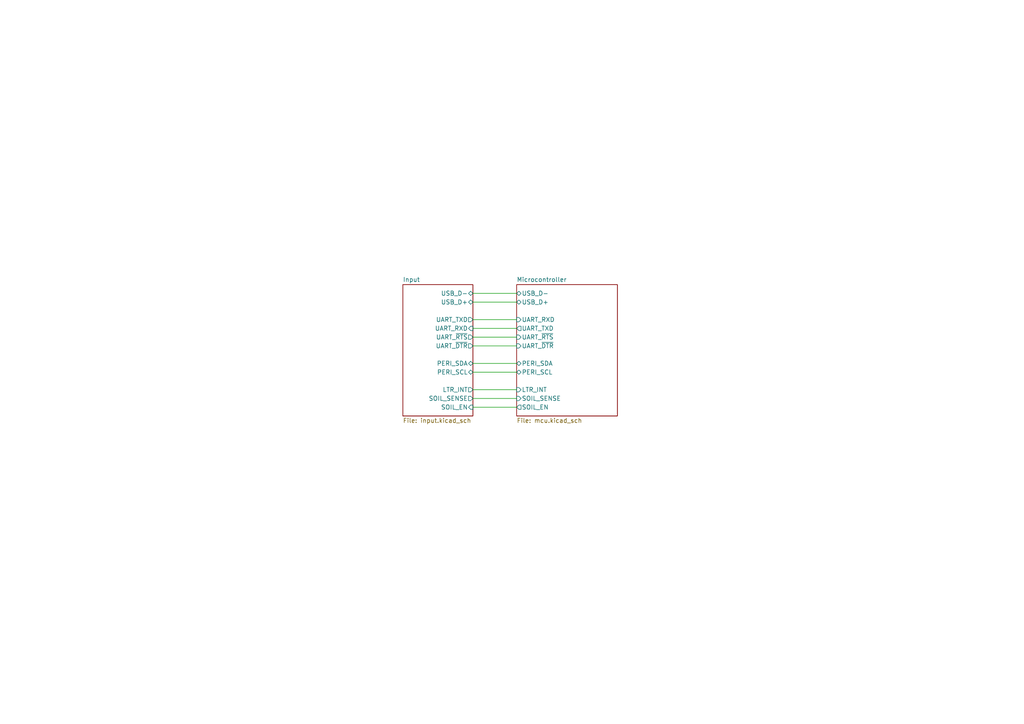
<source format=kicad_sch>
(kicad_sch
	(version 20231120)
	(generator "eeschema")
	(generator_version "8.0")
	(uuid "189669a5-f2fc-4cde-9413-8df80c557655")
	(paper "A4")
	(lib_symbols)
	(wire
		(pts
			(xy 137.16 115.57) (xy 149.86 115.57)
		)
		(stroke
			(width 0)
			(type default)
		)
		(uuid "1afa4cb2-28ca-472a-a3dd-9f866dbf98b7")
	)
	(wire
		(pts
			(xy 137.16 107.95) (xy 149.86 107.95)
		)
		(stroke
			(width 0)
			(type default)
		)
		(uuid "516aa840-7b85-458b-8ac2-feace61960f3")
	)
	(wire
		(pts
			(xy 137.16 113.03) (xy 149.86 113.03)
		)
		(stroke
			(width 0)
			(type default)
		)
		(uuid "5dd4cf45-aa14-4345-906e-a683609758cd")
	)
	(wire
		(pts
			(xy 137.16 97.79) (xy 149.86 97.79)
		)
		(stroke
			(width 0)
			(type default)
		)
		(uuid "8ae34496-662b-4370-b1dc-b00f857d1090")
	)
	(wire
		(pts
			(xy 137.16 85.09) (xy 149.86 85.09)
		)
		(stroke
			(width 0)
			(type default)
		)
		(uuid "912847f9-975b-4264-b88f-8048448fb0fa")
	)
	(wire
		(pts
			(xy 137.16 100.33) (xy 149.86 100.33)
		)
		(stroke
			(width 0)
			(type default)
		)
		(uuid "9b4399d6-c77e-49ee-84e9-cc8f8e034c64")
	)
	(wire
		(pts
			(xy 137.16 105.41) (xy 149.86 105.41)
		)
		(stroke
			(width 0)
			(type default)
		)
		(uuid "aa7dd2a9-69d2-4d73-883e-0106e261a427")
	)
	(wire
		(pts
			(xy 137.16 92.71) (xy 149.86 92.71)
		)
		(stroke
			(width 0)
			(type default)
		)
		(uuid "c20c6510-155a-454f-919e-7eb6635503d0")
	)
	(wire
		(pts
			(xy 137.16 95.25) (xy 149.86 95.25)
		)
		(stroke
			(width 0)
			(type default)
		)
		(uuid "c6846e0e-09b3-4ebd-8a59-ab2190915b7c")
	)
	(wire
		(pts
			(xy 137.16 87.63) (xy 149.86 87.63)
		)
		(stroke
			(width 0)
			(type default)
		)
		(uuid "f6ecda06-e550-4e25-b3e3-a46d5c4e8208")
	)
	(wire
		(pts
			(xy 137.16 118.11) (xy 149.86 118.11)
		)
		(stroke
			(width 0)
			(type default)
		)
		(uuid "ffc0750b-81ee-4896-93a4-4c143ef9b449")
	)
	(sheet
		(at 149.86 82.55)
		(size 29.21 38.1)
		(fields_autoplaced yes)
		(stroke
			(width 0.1524)
			(type solid)
		)
		(fill
			(color 0 0 0 0.0000)
		)
		(uuid "0ddc2f42-49d8-44b8-acf8-7a4221ab2b02")
		(property "Sheetname" "Microcontroller"
			(at 149.86 81.8384 0)
			(effects
				(font
					(size 1.27 1.27)
				)
				(justify left bottom)
			)
		)
		(property "Sheetfile" "mcu.kicad_sch"
			(at 149.86 121.2346 0)
			(effects
				(font
					(size 1.27 1.27)
				)
				(justify left top)
			)
		)
		(pin "USB_D+" bidirectional
			(at 149.86 87.63 180)
			(effects
				(font
					(size 1.27 1.27)
				)
				(justify left)
			)
			(uuid "b6751428-2ce9-4466-b0a7-e6bebc642157")
		)
		(pin "USB_D-" bidirectional
			(at 149.86 85.09 180)
			(effects
				(font
					(size 1.27 1.27)
				)
				(justify left)
			)
			(uuid "4387c212-0299-415a-9dba-990c869941f2")
		)
		(pin "UART_~{RTS}" input
			(at 149.86 97.79 180)
			(effects
				(font
					(size 1.27 1.27)
				)
				(justify left)
			)
			(uuid "211f94e7-5cb5-4076-8b9d-577be42bb67d")
		)
		(pin "UART_RXD" input
			(at 149.86 92.71 180)
			(effects
				(font
					(size 1.27 1.27)
				)
				(justify left)
			)
			(uuid "b8655210-a74c-4777-bcf0-7820021f0ed4")
		)
		(pin "UART_TXD" output
			(at 149.86 95.25 180)
			(effects
				(font
					(size 1.27 1.27)
				)
				(justify left)
			)
			(uuid "54d86b8d-55a7-4aa7-a873-c9fccb0b406a")
		)
		(pin "UART_~{DTR}" input
			(at 149.86 100.33 180)
			(effects
				(font
					(size 1.27 1.27)
				)
				(justify left)
			)
			(uuid "f885a5b4-f1dd-45c1-bf71-808f515ef93a")
		)
		(pin "PERI_SDA" bidirectional
			(at 149.86 105.41 180)
			(effects
				(font
					(size 1.27 1.27)
				)
				(justify left)
			)
			(uuid "1858f973-2c4e-4fec-a4f7-43eff8c11b26")
		)
		(pin "PERI_SCL" bidirectional
			(at 149.86 107.95 180)
			(effects
				(font
					(size 1.27 1.27)
				)
				(justify left)
			)
			(uuid "86ed941e-2285-4449-ab28-b93d8274a782")
		)
		(pin "SOIL_SENSE" input
			(at 149.86 115.57 180)
			(effects
				(font
					(size 1.27 1.27)
				)
				(justify left)
			)
			(uuid "a65685e9-7d55-4f97-abcc-1b493c111a13")
		)
		(pin "SOIL_EN" output
			(at 149.86 118.11 180)
			(effects
				(font
					(size 1.27 1.27)
				)
				(justify left)
			)
			(uuid "df875913-28be-4c0d-b8b7-dfa63f737b86")
		)
		(pin "LTR_INT" input
			(at 149.86 113.03 180)
			(effects
				(font
					(size 1.27 1.27)
				)
				(justify left)
			)
			(uuid "e814e8a3-22fc-4d93-9dc0-932dfd5cff74")
		)
		(instances
			(project "GreenNet"
				(path "/189669a5-f2fc-4cde-9413-8df80c557655"
					(page "2")
				)
			)
		)
	)
	(sheet
		(at 116.84 82.55)
		(size 20.32 38.1)
		(fields_autoplaced yes)
		(stroke
			(width 0.1524)
			(type solid)
		)
		(fill
			(color 0 0 0 0.0000)
		)
		(uuid "3bb1724a-9783-4669-873d-86bb73735874")
		(property "Sheetname" "Input"
			(at 116.84 81.8384 0)
			(effects
				(font
					(size 1.27 1.27)
				)
				(justify left bottom)
			)
		)
		(property "Sheetfile" "input.kicad_sch"
			(at 116.84 121.2346 0)
			(effects
				(font
					(size 1.27 1.27)
				)
				(justify left top)
			)
		)
		(pin "USB_D-" bidirectional
			(at 137.16 85.09 0)
			(effects
				(font
					(size 1.27 1.27)
				)
				(justify right)
			)
			(uuid "d0155335-b79c-4c7a-b015-3889bf40128e")
		)
		(pin "USB_D+" bidirectional
			(at 137.16 87.63 0)
			(effects
				(font
					(size 1.27 1.27)
				)
				(justify right)
			)
			(uuid "d5c66fe0-3928-4943-a51b-1140077b7406")
		)
		(pin "UART_RXD" input
			(at 137.16 95.25 0)
			(effects
				(font
					(size 1.27 1.27)
				)
				(justify right)
			)
			(uuid "81061426-db75-474c-acef-ee43456b25b6")
		)
		(pin "UART_~{RTS}" output
			(at 137.16 97.79 0)
			(effects
				(font
					(size 1.27 1.27)
				)
				(justify right)
			)
			(uuid "073a182a-9131-4e28-8cad-08d41e02045b")
		)
		(pin "UART_~{DTR}" output
			(at 137.16 100.33 0)
			(effects
				(font
					(size 1.27 1.27)
				)
				(justify right)
			)
			(uuid "c7304dcd-afec-44b8-bbb0-65c63c470e64")
		)
		(pin "UART_TXD" output
			(at 137.16 92.71 0)
			(effects
				(font
					(size 1.27 1.27)
				)
				(justify right)
			)
			(uuid "43935217-03e9-4bc9-9762-3f7a730da8d5")
		)
		(pin "SOIL_EN" input
			(at 137.16 118.11 0)
			(effects
				(font
					(size 1.27 1.27)
				)
				(justify right)
			)
			(uuid "a4927e66-1cab-40c0-9ba3-54373aa7e62c")
		)
		(pin "SOIL_SENSE" output
			(at 137.16 115.57 0)
			(effects
				(font
					(size 1.27 1.27)
				)
				(justify right)
			)
			(uuid "c168b175-a291-49c6-83dd-7bb18f080e1e")
		)
		(pin "LTR_INT" output
			(at 137.16 113.03 0)
			(effects
				(font
					(size 1.27 1.27)
				)
				(justify right)
			)
			(uuid "c1d5141c-62cf-44b6-8a6f-553e9ca70cf0")
		)
		(pin "PERI_SDA" bidirectional
			(at 137.16 105.41 0)
			(effects
				(font
					(size 1.27 1.27)
				)
				(justify right)
			)
			(uuid "42116d9c-7c3c-4c4e-8d0c-68ce4269f1da")
		)
		(pin "PERI_SCL" bidirectional
			(at 137.16 107.95 0)
			(effects
				(font
					(size 1.27 1.27)
				)
				(justify right)
			)
			(uuid "7e1a8a7b-5fa8-45b4-bb83-a10c7fdd0583")
		)
		(instances
			(project "GreenNet"
				(path "/189669a5-f2fc-4cde-9413-8df80c557655"
					(page "3")
				)
			)
		)
	)
	(sheet_instances
		(path "/"
			(page "1")
		)
	)
)

</source>
